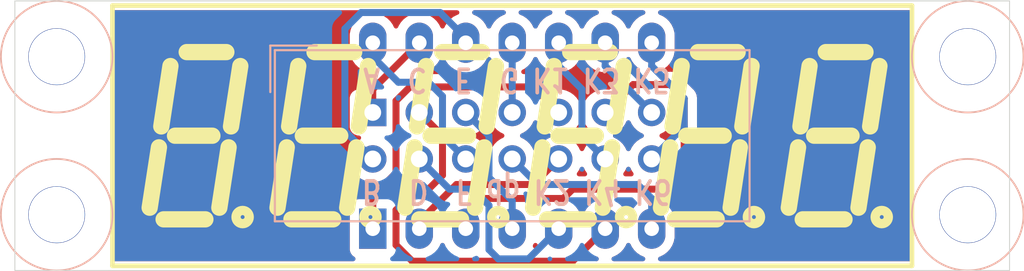
<source format=kicad_pcb>
(kicad_pcb (version 20211014) (generator pcbnew)
  (layers (0 "F.Cu" signal) (31 "B.Cu" signal) (36 "B.SilkS" user "B.Silkscreen") (37 "F.SilkS" user "F.Silkscreen") (38 "B.Mask" user) (39 "F.Mask" user) (44 "Edge.Cuts" user))
  (net 0 "")
  (net 1 "/K_SegA")
  (net 2 "/K_SegB")
  (net 3 "/K_SegC")
  (net 4 "/K_SegDP")
  (net 5 "/A0")
  (net 6 "/K_SegD")
  (net 7 "/K_SegE")
  (net 8 "/K_SegG")
  (net 9 "/K_SegF")
  (net 10 "/A1")
  (net 11 "/A2")
  (net 12 "/A3")
  (net 13 "/A4")
  (net 14 "/A5")
  (footprint "GCC_Display:Disp7s6x_036" (layer "F.Cu") (at 70.358 42.926)
    (fp_text reference "S5" hide)
    (fp_text value "LEDDSP6_CA" hide)
    (fp_line (start -21.844 -7.112) (end 21.844 -7.112) (layer "F.SilkS") (width 0.254))
    (fp_line (start 13.081 -3.80746) (end 12.573 -0.508) (layer "F.SilkS") (width 0.889))
    (fp_line (start 3.16738 -4.56946) (end 5.334 -4.56946) (layer "F.SilkS") (width 0.889))
    (fp_line (start -5.08 4.56946) (end -2.79654 4.56946) (layer "F.SilkS") (width 0.889))
    (fp_line (start 21.844 -7.112) (end 21.844 7.112) (layer "F.SilkS") (width 0.254))
    (fp_line (start 5.45846 0.635) (end 4.95046 3.93446) (layer "F.SilkS") (width 0.889))
    (fp_line (start -12.065 4.56946) (end -9.78154 4.56946) (layer "F.SilkS") (width 0.889))
    (fp_line (start -7.874 -3.80746) (end -8.382 -0.508) (layer "F.SilkS") (width 0.889))
    (fp_line (start 15.621 0.635) (end 15.113 3.93446) (layer "F.SilkS") (width 0.889))
    (fp_line (start 6.096 -3.80746) (end 5.588 -0.508) (layer "F.SilkS") (width 0.889))
    (fp_line (start -19.05 4.56946) (end -16.76654 4.56946) (layer "F.SilkS") (width 0.889))
    (fp_line (start -5.334 0.635) (end -5.842 3.93446) (layer "F.SilkS") (width 0.889))
    (fp_line (start -17.78762 -4.56946) (end -15.621 -4.56946) (layer "F.SilkS") (width 0.889))
    (fp_line (start 9.26338 -3.80746) (end 8.763 -0.508) (layer "F.SilkS") (width 0.889))
    (fp_line (start -0.889 -3.80746) (end -1.397 -0.508) (layer "F.SilkS") (width 0.889))
    (fp_line (start -16.383 0) (end -18.4277 0) (layer "F.SilkS") (width 0.889))
    (fp_line (start -2.413 0) (end -4.4577 0) (layer "F.SilkS") (width 0.889))
    (fp_line (start -14.859 -3.80746) (end -15.367 -0.508) (layer "F.SilkS") (width 0.889))
    (fp_line (start -8.51154 0.635) (end -9.01954 3.93446) (layer "F.SilkS") (width 0.889))
    (fp_line (start 12.44346 0.635) (end 11.93546 3.93446) (layer "F.SilkS") (width 0.889))
    (fp_line (start -10.80262 -4.56946) (end -8.636 -4.56946) (layer "F.SilkS") (width 0.889))
    (fp_line (start -11.69162 -3.80746) (end -12.192 -0.508) (layer "F.SilkS") (width 0.889))
    (fp_line (start -12.319 0.635) (end -12.827 3.93446) (layer "F.SilkS") (width 0.889))
    (fp_line (start -21.844 7.112) (end -21.844 -7.112) (layer "F.SilkS") (width 0.254))
    (fp_line (start 1.905 4.56946) (end 4.18846 4.56946) (layer "F.SilkS") (width 0.889))
    (fp_line (start 21.844 7.112) (end -21.844 7.112) (layer "F.SilkS") (width 0.254))
    (fp_line (start -18.67662 -3.80746) (end -19.177 -0.508) (layer "F.SilkS") (width 0.889))
    (fp_line (start 17.13738 -4.56946) (end 19.304 -4.56946) (layer "F.SilkS") (width 0.889))
    (fp_line (start 15.875 4.56946) (end 18.15846 4.56946) (layer "F.SilkS") (width 0.889))
    (fp_line (start 1.651 0.635) (end 1.143 3.93446) (layer "F.SilkS") (width 0.889))
    (fp_line (start 8.89 4.56946) (end 11.17346 4.56946) (layer "F.SilkS") (width 0.889))
    (fp_line (start 8.636 0.635) (end 8.128 3.93446) (layer "F.SilkS") (width 0.889))
    (fp_line (start 20.066 -3.80746) (end 19.558 -0.508) (layer "F.SilkS") (width 0.889))
    (fp_line (start 10.15238 -4.56946) (end 12.319 -4.56946) (layer "F.SilkS") (width 0.889))
    (fp_line (start 19.42846 0.635) (end 18.92046 3.93446) (layer "F.SilkS") (width 0.889))
    (fp_line (start -9.398 0) (end -11.4427 0) (layer "F.SilkS") (width 0.889))
    (fp_line (start -15.49654 0.635) (end -16.00454 3.93446) (layer "F.SilkS") (width 0.889))
    (fp_line (start 11.557 0) (end 9.5123 0) (layer "F.SilkS") (width 0.889))
    (fp_line (start 16.24838 -3.80746) (end 15.748 -0.508) (layer "F.SilkS") (width 0.889))
    (fp_line (start 18.542 0) (end 16.4973 0) (layer "F.SilkS") (width 0.889))
    (fp_line (start -1.52654 0.635) (end -2.03454 3.93446) (layer "F.SilkS") (width 0.889))
    (fp_line (start 4.572 0) (end 2.5273 0) (layer "F.SilkS") (width 0.889))
    (fp_line (start 2.27838 -3.80746) (end 1.778 -0.508) (layer "F.SilkS") (width 0.889))
    (fp_line (start -19.304 0.635) (end -19.812 3.93446) (layer "F.SilkS") (width 0.889))
    (fp_line (start -3.81762 -4.56946) (end -1.651 -4.56946) (layer "F.SilkS") (width 0.889))
    (fp_line (start -4.70662 -3.80746) (end -5.207 -0.508) (layer "F.SilkS") (width 0.889))
    (fp_circle (center -0.762 4.445) (end -0.508 4.18846) (layer "F.SilkS") (width 0.508) (fill none))
    (fp_circle (center -7.747 4.445) (end -7.493 4.18846) (layer "F.SilkS") (width 0.508) (fill none))
    (fp_circle (center -14.732 4.445) (end -14.478 4.18846) (layer "F.SilkS") (width 0.508) (fill none))
    (fp_circle (center 13.208 4.445) (end 13.462 4.18846) (layer "F.SilkS") (width 0.508) (fill none))
    (fp_circle (center 20.193 4.445) (end 20.447 4.18846) (layer "F.SilkS") (width 0.508) (fill none))
    (fp_circle (center 6.223 4.445) (end 6.477 4.18846) (layer "F.SilkS") (width 0.508) (fill none))
    (pad "1" thru_hole rect locked (at -7.62 5.08 90) (size 2.19964 1.50114) (drill 0.8001) (layers *.Cu *.Mask) (net 5 "/A0"))
    (pad "2" thru_hole oval locked (at -5.08 5.08 90) (size 2.1971 1.4986) (drill 0.8001) (layers *.Cu *.Mask) (net 10 "/A1"))
    (pad "3" thru_hole oval locked (at -2.54 5.08 90) (size 2.1971 1.4986) (drill 0.8001) (layers *.Cu *.Mask) (net 11 "/A2"))
    (pad "4" thru_hole oval locked (at 0 5.08 90) (size 2.1971 1.4986) (drill 0.8001) (layers *.Cu *.Mask) (net 7 "/K_SegE"))
    (pad "5" thru_hole oval locked (at 2.54 5.08 90) (size 2.1971 1.4986) (drill 0.8001) (layers *.Cu *.Mask) (net 6 "/K_SegD"))
    (pad "6" thru_hole oval locked (at 5.08 5.08 90) (size 2.1971 1.4986) (drill 0.8001) (layers *.Cu *.Mask) (net 3 "/K_SegC"))
    (pad "7" thru_hole oval locked (at 7.62 5.08 90) (size 2.1971 1.4986) (drill 0.8001) (layers *.Cu *.Mask) (net 4 "/K_SegDP"))
    (pad "8" thru_hole oval locked (at 7.62 -5.08 90) (size 2.1971 1.4986) (drill 0.8001) (layers *.Cu *.Mask) (net 14 "/A5"))
    (pad "9" thru_hole oval locked (at 5.08 -5.08 90) (size 2.1971 1.4986) (drill 0.8001) (layers *.Cu *.Mask) (net 13 "/A4"))
    (pad "10" thru_hole oval locked (at 2.54 -5.08 90) (size 2.1971 1.4986) (drill 0.8001) (layers *.Cu *.Mask) (net 12 "/A3"))
    (pad "11" thru_hole oval locked (at 0 -5.08 90) (size 2.1971 1.4986) (drill 0.8001) (layers *.Cu *.Mask) (net 8 "/K_SegG"))
    (pad "12" thru_hole oval locked (at -2.54 -5.08 90) (size 2.1971 1.4986) (drill 0.8001) (layers *.Cu *.Mask) (net 2 "/K_SegB"))
    (pad "13" thru_hole oval locked (at -5.08 -5.08 90) (size 2.1971 1.4986) (drill 0.8001) (layers *.Cu *.Mask) (net 1 "/K_SegA"))
    (pad "14" thru_hole oval locked (at -7.62 -5.08 90) (size 2.1971 1.4986) (drill 0.8001) (layers *.Cu *.Mask) (net 9 "/K_SegF"))
  )
  (footprint "GCC_holes:Hole3mm" (layer "B.Cu") (at 95.25 47.244)
    (fp_text reference "H9" hide)
    (fp_text value "MountingHole" hide)
    (fp_circle (center 0 0) (end 0 3.048) (layer "B.SilkS") (width 0.1) (fill none))
    (pad "1" thru_hole circle locked (at 0 0) (size 3.1 3.1) (drill 3.05) (layers *.Cu *.Mask))
  )
  (footprint "GCC_holes:Hole3mm" (layer "B.Cu") (at 95.25 38.608)
    (fp_text reference "H10" hide)
    (fp_text value "MountingHole" hide)
    (fp_circle (center 0 0) (end 0 3.048) (layer "B.SilkS") (width 0.1) (fill none))
    (pad "1" thru_hole circle locked (at 0 0) (size 3.1 3.1) (drill 3.05) (layers *.Cu *.Mask))
  )
  (footprint "Connector_IDC:IDC-Header_2x07_P2.54mm_Vertical" (layer "B.Cu") (at 62.738 41.656 -90)
    (fp_text reference "P7" hide)
    (fp_text value "Disp6" hide)
    (fp_line (start -3.405 5.35) (end 5.945 5.35) (layer "B.SilkS") (width 0.12))
    (fp_line (start -3.655 5.6) (end -3.655 3.06) (layer "B.SilkS") (width 0.12))
    (fp_line (start 5.945 -20.59) (end -3.405 -20.59) (layer "B.SilkS") (width 0.12))
    (fp_line (start 5.945 5.35) (end 5.945 -20.59) (layer "B.SilkS") (width 0.12))
    (fp_line (start -3.655 5.6) (end -1.115 5.6) (layer "B.SilkS") (width 0.12))
    (fp_line (start -3.405 -20.59) (end -3.405 5.35) (layer "B.SilkS") (width 0.12))
    (pad "1" thru_hole rect locked (at 0 0 270) (size 1.4986 1.4986) (drill 0.9144) (layers *.Cu *.Mask) (net 1 "/K_SegA"))
    (pad "2" thru_hole oval locked (at 2.54 0 270) (size 1.4986 1.4986) (drill 0.9144) (layers *.Cu *.Mask) (net 2 "/K_SegB"))
    (pad "3" thru_hole oval locked (at 0 -2.54 270) (size 1.4986 1.4986) (drill 0.9144) (layers *.Cu *.Mask) (net 3 "/K_SegC"))
    (pad "4" thru_hole oval locked (at 2.54 -2.54 270) (size 1.4986 1.4986) (drill 0.9144) (layers *.Cu *.Mask) (net 6 "/K_SegD"))
    (pad "5" thru_hole oval locked (at 0 -5.08 270) (size 1.4986 1.4986) (drill 0.9144) (layers *.Cu *.Mask) (net 7 "/K_SegE"))
    (pad "6" thru_hole oval locked (at 2.54 -5.08 270) (size 1.4986 1.4986) (drill 0.9144) (layers *.Cu *.Mask) (net 9 "/K_SegF"))
    (pad "7" thru_hole oval locked (at 0 -7.62 270) (size 1.4986 1.4986) (drill 0.9144) (layers *.Cu *.Mask) (net 8 "/K_SegG"))
    (pad "8" thru_hole oval locked (at 2.54 -7.62 270) (size 1.4986 1.4986) (drill 0.9144) (layers *.Cu *.Mask) (net 4 "/K_SegDP"))
    (pad "9" thru_hole oval locked (at 0 -10.16 270) (size 1.4986 1.4986) (drill 0.9144) (layers *.Cu *.Mask) (net 5 "/A0"))
    (pad "10" thru_hole oval locked (at 2.54 -10.16 270) (size 1.4986 1.4986) (drill 0.9144) (layers *.Cu *.Mask) (net 10 "/A1"))
    (pad "11" thru_hole oval locked (at 0 -12.7 270) (size 1.4986 1.4986) (drill 0.9144) (layers *.Cu *.Mask) (net 11 "/A2"))
    (pad "12" thru_hole oval locked (at 2.54 -12.7 270) (size 1.4986 1.4986) (drill 0.9144) (layers *.Cu *.Mask) (net 12 "/A3"))
    (pad "13" thru_hole oval locked (at 0 -15.24 270) (size 1.4986 1.4986) (drill 0.9144) (layers *.Cu *.Mask) (net 13 "/A4"))
    (pad "14" thru_hole oval locked (at 2.54 -15.24 270) (size 1.4986 1.4986) (drill 0.9144) (layers *.Cu *.Mask) (net 14 "/A5"))
  )
  (footprint "GCC_holes:Hole3mm" (layer "B.Cu") (at 45.466 47.244)
    (fp_text reference "H7" hide)
    (fp_text value "MountingHole" hide)
    (fp_circle (center 0 0) (end 0 3.048) (layer "B.SilkS") (width 0.1) (fill none))
    (pad "1" thru_hole circle locked (at 0 0) (size 3.1 3.1) (drill 3.05) (layers *.Cu *.Mask))
  )
  (footprint "GCC_holes:Hole3mm" (layer "B.Cu") (at 45.466 38.608)
    (fp_text reference "H8" hide)
    (fp_text value "MountingHole" hide)
    (fp_circle (center 0 0) (end 0 3.048) (layer "B.SilkS") (width 0.1) (fill none))
    (pad "1" thru_hole circle locked (at 0 0) (size 3.1 3.1) (drill 3.05) (layers *.Cu *.Mask))
  )
  (gr_rect (start 43.18 35.56) (end 97.536 50.292) (layer "Edge.Cuts") (width 0.05) (fill none))
  (gr_text "A  C  E  G K1 K3 K5" (at 70.612 39.878 180) (layer "B.SilkS") (effects (font (size 1.27 1.016) (thickness 0.2032)) (justify mirror)))
  (gr_text "B  D  F dp K2 K4 K6" (at 70.612 45.974 180) (layer "B.SilkS") (effects (font (size 1.27 1.016) (thickness 0.2032)) (justify mirror)))
  (segment (start 62.738 40.386) (end 65.278 37.846) (width 0.381) (layer "F.Cu") (net 1))
  (segment (start 62.738 41.656) (end 62.738 40.386) (width 0.381) (layer "F.Cu") (net 1))
  (segment (start 67.818 37.846) (end 67.818 37.592) (width 0.381) (layer "B.Cu") (net 2))
  (segment (start 67.818 37.592) (end 66.421 36.195) (width 0.381) (layer "B.Cu") (net 2))
  (segment (start 66.421 36.195) (end 62.103 36.195) (width 0.381) (layer "B.Cu") (net 2))
  (segment (start 62.103 36.195) (end 61.214 37.084) (width 0.381) (layer "B.Cu") (net 2))
  (segment (start 61.214 42.672) (end 62.738 44.196) (width 0.381) (layer "B.Cu") (net 2))
  (segment (start 61.214 37.084) (end 61.214 42.672) (width 0.381) (layer "B.Cu") (net 2))
  (segment (start 64.008 48.895) (end 64.897 49.784) (width 0.381) (layer "F.Cu") (net 3))
  (segment (start 73.66 49.784) (end 75.438 48.006) (width 0.381) (layer "F.Cu") (net 3))
  (segment (start 64.897 49.784) (end 73.66 49.784) (width 0.381) (layer "F.Cu") (net 3))
  (segment (start 64.008 46.99) (end 65.024 45.974) (width 0.381) (layer "F.Cu") (net 3))
  (segment (start 64.008 46.99) (end 64.008 48.895) (width 0.381) (layer "F.Cu") (net 3))
  (segment (start 65.024 45.974) (end 65.659 45.974) (width 0.381) (layer "F.Cu") (net 3))
  (segment (start 65.659 45.974) (end 66.548 45.085) (width 0.381) (layer "F.Cu") (net 3))
  (segment (start 66.548 42.926) (end 65.278 41.656) (width 0.381) (layer "F.Cu") (net 3))
  (segment (start 66.548 45.085) (end 66.548 42.926) (width 0.381) (layer "F.Cu") (net 3))
  (segment (start 77.978 46.355) (end 77.978 48.006) (width 0.381) (layer "B.Cu") (net 4))
  (segment (start 77.216 45.593) (end 77.978 46.355) (width 0.381) (layer "B.Cu") (net 4))
  (segment (start 70.358 44.196) (end 71.755 45.593) (width 0.381) (layer "B.Cu") (net 4))
  (segment (start 71.755 45.593) (end 77.216 45.593) (width 0.381) (layer "B.Cu") (net 4))
  (segment (start 62.738 46.228) (end 62.738 48.006) (width 0.381) (layer "F.Cu") (net 5))
  (segment (start 64.008 44.958) (end 62.738 46.228) (width 0.381) (layer "F.Cu") (net 5))
  (segment (start 64.008 41.021) (end 64.008 44.958) (width 0.381) (layer "F.Cu") (net 5))
  (segment (start 71.501 40.259) (end 72.009 40.767) (width 0.381) (layer "F.Cu") (net 5))
  (segment (start 64.77 40.259) (end 71.501 40.259) (width 0.381) (layer "F.Cu") (net 5))
  (segment (start 72.898 41.656) (end 72.009 40.767) (width 0.381) (layer "F.Cu") (net 5))
  (segment (start 64.77 40.259) (end 64.008 41.021) (width 0.381) (layer "F.Cu") (net 5))
  (segment (start 71.247 49.657) (end 72.898 48.006) (width 0.381) (layer "B.Cu") (net 6))
  (segment (start 66.929 45.847) (end 68.199 45.847) (width 0.381) (layer "B.Cu") (net 6))
  (segment (start 65.278 44.196) (end 66.929 45.847) (width 0.381) (layer "B.Cu") (net 6))
  (segment (start 68.199 45.847) (end 69.088 46.736) (width 0.381) (layer "B.Cu") (net 6))
  (segment (start 69.088 46.736) (end 69.088 49.149) (width 0.381) (layer "B.Cu") (net 6))
  (segment (start 69.088 49.149) (end 69.596 49.657) (width 0.381) (layer "B.Cu") (net 6))
  (segment (start 69.596 49.657) (end 71.247 49.657) (width 0.381) (layer "B.Cu") (net 6))
  (segment (start 67.818 41.656) (end 69.088 42.926) (width 0.381) (layer "B.Cu") (net 7))
  (segment (start 69.088 42.926) (end 69.088 45.212) (width 0.381) (layer "B.Cu") (net 7))
  (segment (start 69.088 45.212) (end 70.358 46.482) (width 0.381) (layer "B.Cu") (net 7))
  (segment (start 70.358 46.482) (end 70.358 48.006) (width 0.381) (layer "B.Cu") (net 7))
  (segment (start 70.358 41.656) (end 70.358 37.846) (width 0.381) (layer "B.Cu") (net 8))
  (segment (start 62.738 37.846) (end 62.738 38.608) (width 0.381) (layer "B.Cu") (net 9))
  (segment (start 62.738 38.608) (end 64.135 40.005) (width 0.381) (layer "B.Cu") (net 9))
  (segment (start 64.135 40.005) (end 65.786 40.005) (width 0.381) (layer "B.Cu") (net 9))
  (segment (start 65.786 40.005) (end 66.548 40.767) (width 0.381) (layer "B.Cu") (net 9))
  (segment (start 66.548 42.926) (end 67.818 44.196) (width 0.381) (layer "B.Cu") (net 9))
  (segment (start 66.548 40.767) (end 66.548 42.926) (width 0.381) (layer "B.Cu") (net 9))
  (segment (start 71.501 45.593) (end 72.898 44.196) (width 0.381) (layer "F.Cu") (net 10))
  (segment (start 67.31 45.593) (end 71.501 45.593) (width 0.381) (layer "F.Cu") (net 10))
  (segment (start 65.278 48.006) (end 65.278 47.625) (width 0.381) (layer "F.Cu") (net 10))
  (segment (start 65.278 47.625) (end 67.31 45.593) (width 0.381) (layer "F.Cu") (net 10))
  (segment (start 78.994 40.132) (end 76.962 40.132) (width 0.381) (layer "F.Cu") (net 11))
  (segment (start 76.962 40.132) (end 75.438 41.656) (width 0.381) (layer "F.Cu") (net 11))
  (segment (start 79.756 44.831) (end 79.756 40.894) (width 0.381) (layer "F.Cu") (net 11))
  (segment (start 67.818 47.371) (end 68.834 46.355) (width 0.381) (layer "F.Cu") (net 11))
  (segment (start 67.818 48.006) (end 67.818 47.371) (width 0.381) (layer "F.Cu") (net 11))
  (segment (start 68.834 46.355) (end 73.152 46.355) (width 0.381) (layer "F.Cu") (net 11))
  (segment (start 73.152 46.355) (end 73.66 45.847) (width 0.381) (layer "F.Cu") (net 11))
  (segment (start 73.66 45.847) (end 78.74 45.847) (width 0.381) (layer "F.Cu") (net 11))
  (segment (start 79.756 40.894) (end 78.994 40.132) (width 0.381) (layer "F.Cu") (net 11))
  (segment (start 78.74 45.847) (end 79.756 44.831) (width 0.381) (layer "F.Cu") (net 11))
  (segment (start 72.898 37.846) (end 72.898 39.116) (width 0.381) (layer "B.Cu") (net 12))
  (segment (start 72.898 39.116) (end 74.168 40.386) (width 0.381) (layer "B.Cu") (net 12))
  (segment (start 74.168 42.926) (end 75.438 44.196) (width 0.381) (layer "B.Cu") (net 12))
  (segment (start 74.168 40.386) (end 74.168 42.926) (width 0.381) (layer "B.Cu") (net 12))
  (segment (start 75.438 39.116) (end 75.438 37.846) (width 0.381) (layer "B.Cu") (net 13))
  (segment (start 77.978 41.656) (end 75.438 39.116) (width 0.381) (layer "B.Cu") (net 13))
  (segment (start 77.978 37.846) (end 77.978 39.116) (width 0.381) (layer "B.Cu") (net 14))
  (segment (start 77.978 39.116) (end 79.756 40.894) (width 0.381) (layer "B.Cu") (net 14))
  (segment (start 79.756 42.418) (end 77.978 44.196) (width 0.381) (layer "B.Cu") (net 14))
  (segment (start 79.756 40.894) (end 79.756 42.418) (width 0.381) (layer "B.Cu") (net 14))
  (zone (net 0) (net_name "") (layer "F.Cu") (connect_pads (clearance 0.508)) (min_thickness 0.254) (fill yes (thermal_gap 0.508) (thermal_bridge_width 0.508))
    (polygon (pts (xy 48.514 35.56) (xy 92.202 35.56) (xy 92.202 50.292) (xy 48.514 50.292)))
  )
  (zone (net 0) (net_name "") (layer "B.Cu") (connect_pads (clearance 0.508)) (min_thickness 0.254) (fill yes (thermal_gap 0.508) (thermal_bridge_width 0.508))
    (polygon (pts (xy 48.514 35.56) (xy 92.202 35.56) (xy 92.202 50.292) (xy 48.514 50.292)))
  )
)
</source>
